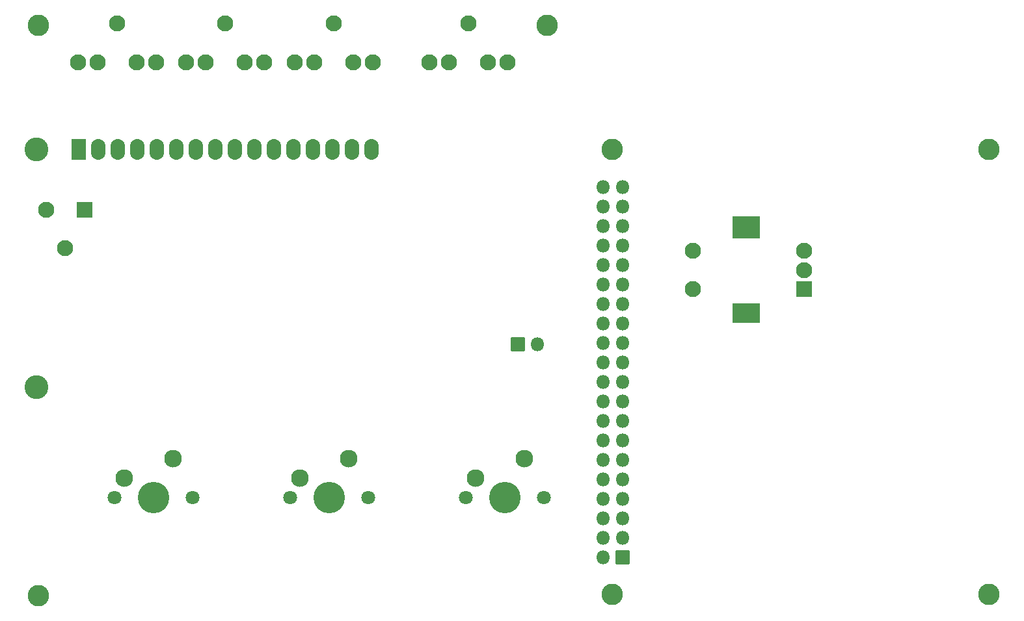
<source format=gts>
G04 #@! TF.GenerationSoftware,KiCad,Pcbnew,6.0.11*
G04 #@! TF.CreationDate,2024-07-23T18:36:50-05:00*
G04 #@! TF.ProjectId,minidexed,6d696e69-6465-4786-9564-2e6b69636164,rev?*
G04 #@! TF.SameCoordinates,Original*
G04 #@! TF.FileFunction,Soldermask,Top*
G04 #@! TF.FilePolarity,Negative*
%FSLAX46Y46*%
G04 Gerber Fmt 4.6, Leading zero omitted, Abs format (unit mm)*
G04 Created by KiCad (PCBNEW 6.0.11) date 2024-07-23 18:36:50*
%MOMM*%
%LPD*%
G01*
G04 APERTURE LIST*
G04 Aperture macros list*
%AMRoundRect*
0 Rectangle with rounded corners*
0 $1 Rounding radius*
0 $2 $3 $4 $5 $6 $7 $8 $9 X,Y pos of 4 corners*
0 Add a 4 corners polygon primitive as box body*
4,1,4,$2,$3,$4,$5,$6,$7,$8,$9,$2,$3,0*
0 Add four circle primitives for the rounded corners*
1,1,$1+$1,$2,$3*
1,1,$1+$1,$4,$5*
1,1,$1+$1,$6,$7*
1,1,$1+$1,$8,$9*
0 Add four rect primitives between the rounded corners*
20,1,$1+$1,$2,$3,$4,$5,0*
20,1,$1+$1,$4,$5,$6,$7,0*
20,1,$1+$1,$6,$7,$8,$9,0*
20,1,$1+$1,$8,$9,$2,$3,0*%
G04 Aperture macros list end*
%ADD10C,2.800000*%
%ADD11C,1.800000*%
%ADD12C,4.100000*%
%ADD13C,2.300000*%
%ADD14C,3.100000*%
%ADD15RoundRect,0.050000X-0.900000X-1.300000X0.900000X-1.300000X0.900000X1.300000X-0.900000X1.300000X0*%
%ADD16O,1.900000X2.700000*%
%ADD17RoundRect,0.050000X1.000000X1.000000X-1.000000X1.000000X-1.000000X-1.000000X1.000000X-1.000000X0*%
%ADD18C,2.100000*%
%ADD19RoundRect,0.050000X1.750000X1.250000X-1.750000X1.250000X-1.750000X-1.250000X1.750000X-1.250000X0*%
%ADD20RoundRect,0.050000X1.750000X1.400000X-1.750000X1.400000X-1.750000X-1.400000X1.750000X-1.400000X0*%
%ADD21RoundRect,0.050000X0.850000X0.850000X-0.850000X0.850000X-0.850000X-0.850000X0.850000X-0.850000X0*%
%ADD22O,1.800000X1.800000*%
%ADD23RoundRect,0.050000X-0.850000X0.850000X-0.850000X-0.850000X0.850000X-0.850000X0.850000X0.850000X0*%
G04 APERTURE END LIST*
D10*
X164100000Y-62700000D03*
D11*
X107820000Y-124200000D03*
D12*
X112900000Y-124200000D03*
D11*
X117980000Y-124200000D03*
D13*
X115440000Y-119120000D03*
X109090000Y-121660000D03*
D14*
X97628900Y-109877200D03*
X97628900Y-78876500D03*
D15*
X103128000Y-78876500D03*
D16*
X105668000Y-78876500D03*
X108208000Y-78876500D03*
X110748000Y-78876500D03*
X113288000Y-78876500D03*
X115828000Y-78876500D03*
X118368000Y-78876500D03*
X120908000Y-78876500D03*
X123448000Y-78876500D03*
X125988000Y-78876500D03*
X128528000Y-78876500D03*
X131068000Y-78876500D03*
X133608000Y-78876500D03*
X136148000Y-78876500D03*
X138688000Y-78876500D03*
X141228000Y-78876500D03*
D17*
X197550000Y-97100000D03*
D18*
X197550000Y-92100000D03*
X197550000Y-94600000D03*
D19*
X190050000Y-100200000D03*
D20*
X190050000Y-89000000D03*
D18*
X183050000Y-92100000D03*
X183050000Y-97100000D03*
D11*
X130670000Y-124200000D03*
X140830000Y-124200000D03*
D12*
X135750000Y-124200000D03*
D13*
X138290000Y-119120000D03*
X131940000Y-121660000D03*
D10*
X97900000Y-137000000D03*
D11*
X153520000Y-124200000D03*
D12*
X158600000Y-124200000D03*
D11*
X163680000Y-124200000D03*
D13*
X161140000Y-119120000D03*
X154790000Y-121660000D03*
D10*
X172618400Y-136892400D03*
X221618400Y-78892400D03*
X172618400Y-78892400D03*
X221618400Y-136892400D03*
D21*
X173918400Y-132042400D03*
D22*
X171378400Y-132042400D03*
X173918400Y-129502400D03*
X171378400Y-129502400D03*
X173918400Y-126962400D03*
X171378400Y-126962400D03*
X173918400Y-124422400D03*
X171378400Y-124422400D03*
X173918400Y-121882400D03*
X171378400Y-121882400D03*
X173918400Y-119342400D03*
X171378400Y-119342400D03*
X173918400Y-116802400D03*
X171378400Y-116802400D03*
X173918400Y-114262400D03*
X171378400Y-114262400D03*
X173918400Y-111722400D03*
X171378400Y-111722400D03*
X173918400Y-109182400D03*
X171378400Y-109182400D03*
X173918400Y-106642400D03*
X171378400Y-106642400D03*
X173918400Y-104102400D03*
X171378400Y-104102400D03*
X173918400Y-101562400D03*
X171378400Y-101562400D03*
X173918400Y-99022400D03*
X171378400Y-99022400D03*
X173918400Y-96482400D03*
X171378400Y-96482400D03*
X173918400Y-93942400D03*
X171378400Y-93942400D03*
X173918400Y-91402400D03*
X171378400Y-91402400D03*
X173918400Y-88862400D03*
X171378400Y-88862400D03*
X173918400Y-86322400D03*
X171378400Y-86322400D03*
X173918400Y-83782400D03*
X171378400Y-83782400D03*
D10*
X97900000Y-62700000D03*
D18*
X122205000Y-62404000D03*
X117125000Y-67484000D03*
X119665000Y-67484000D03*
X124745000Y-67484000D03*
X127285000Y-67484000D03*
D17*
X103900000Y-86760000D03*
D18*
X101400000Y-91760000D03*
X98900000Y-86760000D03*
D23*
X160325000Y-104300000D03*
D22*
X162865000Y-104300000D03*
D18*
X136302000Y-62404000D03*
X131222000Y-67484000D03*
X133762000Y-67484000D03*
X138842000Y-67484000D03*
X141382000Y-67484000D03*
X108108000Y-62404000D03*
X103028000Y-67484000D03*
X105568000Y-67484000D03*
X110648000Y-67484000D03*
X113188000Y-67484000D03*
X153905000Y-62420000D03*
X148825000Y-67500000D03*
X151365000Y-67500000D03*
X156445000Y-67500000D03*
X158985000Y-67500000D03*
M02*

</source>
